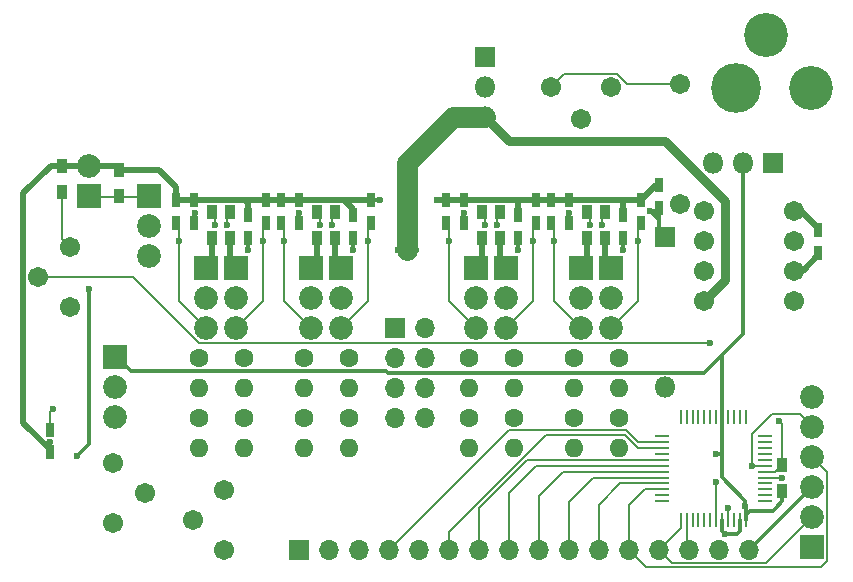
<source format=gbr>
G04 #@! TF.GenerationSoftware,KiCad,Pcbnew,(5.0.2)-1*
G04 #@! TF.CreationDate,2019-06-05T14:46:48+08:00*
G04 #@! TF.ProjectId,DC Electronic Load Mini,44432045-6c65-4637-9472-6f6e6963204c,rev?*
G04 #@! TF.SameCoordinates,Original*
G04 #@! TF.FileFunction,Copper,L1,Top*
G04 #@! TF.FilePolarity,Positive*
%FSLAX46Y46*%
G04 Gerber Fmt 4.6, Leading zero omitted, Abs format (unit mm)*
G04 Created by KiCad (PCBNEW (5.0.2)-1) date 06/05/19 14:46:48*
%MOMM*%
%LPD*%
G01*
G04 APERTURE LIST*
G04 #@! TA.AperFunction,ComponentPad*
%ADD10C,1.716000*%
G04 #@! TD*
G04 #@! TA.AperFunction,ComponentPad*
%ADD11O,1.800000X1.800000*%
G04 #@! TD*
G04 #@! TA.AperFunction,ComponentPad*
%ADD12R,1.800000X1.800000*%
G04 #@! TD*
G04 #@! TA.AperFunction,ComponentPad*
%ADD13C,1.600000*%
G04 #@! TD*
G04 #@! TA.AperFunction,ComponentPad*
%ADD14O,1.600000X1.600000*%
G04 #@! TD*
G04 #@! TA.AperFunction,SMDPad,CuDef*
%ADD15R,0.750000X1.200000*%
G04 #@! TD*
G04 #@! TA.AperFunction,ComponentPad*
%ADD16C,3.716000*%
G04 #@! TD*
G04 #@! TA.AperFunction,ComponentPad*
%ADD17C,4.216000*%
G04 #@! TD*
G04 #@! TA.AperFunction,ComponentPad*
%ADD18O,1.700000X1.700000*%
G04 #@! TD*
G04 #@! TA.AperFunction,ComponentPad*
%ADD19R,1.700000X1.700000*%
G04 #@! TD*
G04 #@! TA.AperFunction,ComponentPad*
%ADD20C,2.016000*%
G04 #@! TD*
G04 #@! TA.AperFunction,ComponentPad*
%ADD21R,2.016000X2.016000*%
G04 #@! TD*
G04 #@! TA.AperFunction,SMDPad,CuDef*
%ADD22R,0.900000X1.200000*%
G04 #@! TD*
G04 #@! TA.AperFunction,SMDPad,CuDef*
%ADD23R,0.250000X1.300000*%
G04 #@! TD*
G04 #@! TA.AperFunction,SMDPad,CuDef*
%ADD24R,1.300000X0.250000*%
G04 #@! TD*
G04 #@! TA.AperFunction,ViaPad*
%ADD25C,0.600000*%
G04 #@! TD*
G04 #@! TA.AperFunction,Conductor*
%ADD26C,0.304800*%
G04 #@! TD*
G04 #@! TA.AperFunction,Conductor*
%ADD27C,0.508000*%
G04 #@! TD*
G04 #@! TA.AperFunction,Conductor*
%ADD28C,1.778000*%
G04 #@! TD*
G04 #@! TA.AperFunction,Conductor*
%ADD29C,0.762000*%
G04 #@! TD*
G04 #@! TA.AperFunction,Conductor*
%ADD30C,0.203200*%
G04 #@! TD*
G04 #@! TA.AperFunction,Conductor*
%ADD31C,0.381000*%
G04 #@! TD*
G04 APERTURE END LIST*
D10*
G04 #@! TO.P,POT5,3*
G04 #@! TO.N,Net-(POT5-Pad3)*
X105389801Y-40590999D03*
G04 #@! TO.P,POT5,2*
G04 #@! TO.N,-0V5*
X107929801Y-43257999D03*
G04 #@! TO.P,POT5,1*
G04 #@! TO.N,Net-(POT5-Pad1)*
X110469801Y-40590999D03*
G04 #@! TD*
G04 #@! TO.P,R43,2*
G04 #@! TO.N,-5V*
X116311801Y-50496999D03*
G04 #@! TO.P,R43,1*
G04 #@! TO.N,Net-(POT5-Pad3)*
X116311801Y-40336999D03*
G04 #@! TD*
D11*
G04 #@! TO.P,D1,2*
G04 #@! TO.N,GND*
X115041801Y-65990999D03*
D12*
G04 #@! TO.P,D1,1*
G04 #@! TO.N,-0V5*
X115041801Y-53290999D03*
G04 #@! TD*
D13*
G04 #@! TO.P,R15,1*
G04 #@! TO.N,Net-(R14-Pad2)*
X75565000Y-68580000D03*
D14*
G04 #@! TO.P,R15,2*
G04 #@! TO.N,/LoadControl/I_Sense*
X75565000Y-71120000D03*
G04 #@! TD*
D10*
G04 #@! TO.P,POT3,3*
G04 #@! TO.N,GND*
X77724000Y-74676000D03*
G04 #@! TO.P,POT3,2*
G04 #@! TO.N,Net-(LCD1-Pad3)*
X75057000Y-77216000D03*
G04 #@! TO.P,POT3,1*
G04 #@! TO.N,+5V*
X77724000Y-79756000D03*
G04 #@! TD*
D15*
G04 #@! TO.P,C4,2*
G04 #@! TO.N,GND*
X79756000Y-51440000D03*
G04 #@! TO.P,C4,1*
G04 #@! TO.N,+5V*
X79756000Y-53340000D03*
G04 #@! TD*
G04 #@! TO.P,C5,1*
G04 #@! TO.N,+5V*
X88646000Y-53340000D03*
G04 #@! TO.P,C5,2*
G04 #@! TO.N,GND*
X88646000Y-51440000D03*
G04 #@! TD*
G04 #@! TO.P,C6,2*
G04 #@! TO.N,GND*
X102616000Y-51440000D03*
G04 #@! TO.P,C6,1*
G04 #@! TO.N,+5V*
X102616000Y-53340000D03*
G04 #@! TD*
G04 #@! TO.P,C7,1*
G04 #@! TO.N,+5V*
X111506000Y-53340000D03*
G04 #@! TO.P,C7,2*
G04 #@! TO.N,GND*
X111506000Y-51440000D03*
G04 #@! TD*
G04 #@! TO.P,C16,2*
G04 #@! TO.N,Net-(C16-Pad2)*
X128016000Y-52710000D03*
G04 #@! TO.P,C16,1*
G04 #@! TO.N,Net-(C16-Pad1)*
X128016000Y-54610000D03*
G04 #@! TD*
G04 #@! TO.P,C20,1*
G04 #@! TO.N,-0V5*
X114554000Y-50800000D03*
G04 #@! TO.P,C20,2*
G04 #@! TO.N,GND*
X114554000Y-48900000D03*
G04 #@! TD*
G04 #@! TO.P,C21,1*
G04 #@! TO.N,-0V5*
X75184000Y-52070000D03*
G04 #@! TO.P,C21,2*
G04 #@! TO.N,GND*
X75184000Y-50170000D03*
G04 #@! TD*
G04 #@! TO.P,C22,1*
G04 #@! TO.N,-0V5*
X84074000Y-52070000D03*
G04 #@! TO.P,C22,2*
G04 #@! TO.N,GND*
X84074000Y-50170000D03*
G04 #@! TD*
G04 #@! TO.P,C23,2*
G04 #@! TO.N,GND*
X98044000Y-50170000D03*
G04 #@! TO.P,C23,1*
G04 #@! TO.N,-0V5*
X98044000Y-52070000D03*
G04 #@! TD*
G04 #@! TO.P,C24,1*
G04 #@! TO.N,-0V5*
X106934000Y-52070000D03*
G04 #@! TO.P,C24,2*
G04 #@! TO.N,GND*
X106934000Y-50170000D03*
G04 #@! TD*
G04 #@! TO.P,C27,2*
G04 #@! TO.N,GND*
X62992000Y-71496000D03*
G04 #@! TO.P,C27,1*
G04 #@! TO.N,Net-(C27-Pad1)*
X62992000Y-69596000D03*
G04 #@! TD*
G04 #@! TO.P,C28,1*
G04 #@! TO.N,Net-(C28-Pad1)*
X73660000Y-52070000D03*
G04 #@! TO.P,C28,2*
G04 #@! TO.N,GND*
X73660000Y-50170000D03*
G04 #@! TD*
G04 #@! TO.P,C29,1*
G04 #@! TO.N,Net-(C29-Pad1)*
X81280000Y-52070000D03*
G04 #@! TO.P,C29,2*
G04 #@! TO.N,GND*
X81280000Y-50170000D03*
G04 #@! TD*
G04 #@! TO.P,C30,2*
G04 #@! TO.N,GND*
X82550000Y-50170000D03*
G04 #@! TO.P,C30,1*
G04 #@! TO.N,Net-(C30-Pad1)*
X82550000Y-52070000D03*
G04 #@! TD*
G04 #@! TO.P,C31,2*
G04 #@! TO.N,GND*
X90170000Y-50170000D03*
G04 #@! TO.P,C31,1*
G04 #@! TO.N,Net-(C31-Pad1)*
X90170000Y-52070000D03*
G04 #@! TD*
G04 #@! TO.P,C32,1*
G04 #@! TO.N,Net-(C32-Pad1)*
X96520000Y-52070000D03*
G04 #@! TO.P,C32,2*
G04 #@! TO.N,GND*
X96520000Y-50170000D03*
G04 #@! TD*
G04 #@! TO.P,C33,2*
G04 #@! TO.N,GND*
X104140000Y-50170000D03*
G04 #@! TO.P,C33,1*
G04 #@! TO.N,Net-(C33-Pad1)*
X104140000Y-52070000D03*
G04 #@! TD*
G04 #@! TO.P,C34,2*
G04 #@! TO.N,GND*
X105410000Y-50170000D03*
G04 #@! TO.P,C34,1*
G04 #@! TO.N,Net-(C34-Pad1)*
X105410000Y-52070000D03*
G04 #@! TD*
G04 #@! TO.P,C35,1*
G04 #@! TO.N,Net-(C35-Pad1)*
X113030000Y-52070000D03*
G04 #@! TO.P,C35,2*
G04 #@! TO.N,GND*
X113030000Y-50170000D03*
G04 #@! TD*
D16*
G04 #@! TO.P,J1,3*
G04 #@! TO.N,N/C*
X123571000Y-36195000D03*
G04 #@! TO.P,J1,2*
G04 #@! TO.N,GND*
X127381000Y-40640000D03*
D17*
G04 #@! TO.P,J1,1*
G04 #@! TO.N,Net-(C1-Pad1)*
X121031000Y-40640000D03*
G04 #@! TD*
D18*
G04 #@! TO.P,J2,8*
G04 #@! TO.N,GND*
X94742000Y-68580000D03*
G04 #@! TO.P,J2,7*
X92202000Y-68580000D03*
G04 #@! TO.P,J2,6*
X94742000Y-66040000D03*
G04 #@! TO.P,J2,5*
X92202000Y-66040000D03*
G04 #@! TO.P,J2,4*
G04 #@! TO.N,/LoadControl/Vin*
X94742000Y-63500000D03*
G04 #@! TO.P,J2,3*
X92202000Y-63500000D03*
G04 #@! TO.P,J2,2*
X94742000Y-60960000D03*
D19*
G04 #@! TO.P,J2,1*
X92202000Y-60960000D03*
G04 #@! TD*
D20*
G04 #@! TO.P,J3,2*
G04 #@! TO.N,GND*
X66294000Y-47244000D03*
D21*
G04 #@! TO.P,J3,1*
G04 #@! TO.N,Net-(J3-Pad1)*
X66294000Y-49784000D03*
G04 #@! TD*
D20*
G04 #@! TO.P,J4,6*
G04 #@! TO.N,Net-(J4-Pad6)*
X127508000Y-66802000D03*
G04 #@! TO.P,J4,5*
G04 #@! TO.N,/NRST*
X127508000Y-69342000D03*
G04 #@! TO.P,J4,4*
G04 #@! TO.N,/LCD_DB5*
X127508000Y-71882000D03*
G04 #@! TO.P,J4,3*
G04 #@! TO.N,GND*
X127508000Y-74422000D03*
G04 #@! TO.P,J4,2*
G04 #@! TO.N,/LCD_DB6*
X127508000Y-76962000D03*
D21*
G04 #@! TO.P,J4,1*
G04 #@! TO.N,+3V3*
X127508000Y-79502000D03*
G04 #@! TD*
G04 #@! TO.P,J5,1*
G04 #@! TO.N,Net-(J5-Pad1)*
X76200000Y-55880000D03*
D20*
G04 #@! TO.P,J5,2*
G04 #@! TO.N,/LoadControl/Vin*
X76200000Y-58420000D03*
G04 #@! TO.P,J5,3*
G04 #@! TO.N,Net-(C28-Pad1)*
X76200000Y-60960000D03*
G04 #@! TD*
G04 #@! TO.P,J6,3*
G04 #@! TO.N,Net-(C29-Pad1)*
X78740000Y-60960000D03*
G04 #@! TO.P,J6,2*
G04 #@! TO.N,/LoadControl/Vin*
X78740000Y-58420000D03*
D21*
G04 #@! TO.P,J6,1*
G04 #@! TO.N,Net-(J6-Pad1)*
X78740000Y-55880000D03*
G04 #@! TD*
D20*
G04 #@! TO.P,J7,3*
G04 #@! TO.N,Net-(C30-Pad1)*
X85090000Y-60960000D03*
G04 #@! TO.P,J7,2*
G04 #@! TO.N,/LoadControl/Vin*
X85090000Y-58420000D03*
D21*
G04 #@! TO.P,J7,1*
G04 #@! TO.N,Net-(J7-Pad1)*
X85090000Y-55880000D03*
G04 #@! TD*
G04 #@! TO.P,J8,1*
G04 #@! TO.N,Net-(J8-Pad1)*
X87630000Y-55880000D03*
D20*
G04 #@! TO.P,J8,2*
G04 #@! TO.N,/LoadControl/Vin*
X87630000Y-58420000D03*
G04 #@! TO.P,J8,3*
G04 #@! TO.N,Net-(C31-Pad1)*
X87630000Y-60960000D03*
G04 #@! TD*
D21*
G04 #@! TO.P,J9,1*
G04 #@! TO.N,Net-(J9-Pad1)*
X99060000Y-55880000D03*
D20*
G04 #@! TO.P,J9,2*
G04 #@! TO.N,/LoadControl/Vin*
X99060000Y-58420000D03*
G04 #@! TO.P,J9,3*
G04 #@! TO.N,Net-(C32-Pad1)*
X99060000Y-60960000D03*
G04 #@! TD*
D21*
G04 #@! TO.P,J10,1*
G04 #@! TO.N,Net-(J10-Pad1)*
X101600000Y-55880000D03*
D20*
G04 #@! TO.P,J10,2*
G04 #@! TO.N,/LoadControl/Vin*
X101600000Y-58420000D03*
G04 #@! TO.P,J10,3*
G04 #@! TO.N,Net-(C33-Pad1)*
X101600000Y-60960000D03*
G04 #@! TD*
G04 #@! TO.P,J11,3*
G04 #@! TO.N,Net-(C34-Pad1)*
X107950000Y-60960000D03*
G04 #@! TO.P,J11,2*
G04 #@! TO.N,/LoadControl/Vin*
X107950000Y-58420000D03*
D21*
G04 #@! TO.P,J11,1*
G04 #@! TO.N,Net-(J11-Pad1)*
X107950000Y-55880000D03*
G04 #@! TD*
G04 #@! TO.P,J12,1*
G04 #@! TO.N,Net-(J12-Pad1)*
X110490000Y-55880000D03*
D20*
G04 #@! TO.P,J12,2*
G04 #@! TO.N,/LoadControl/Vin*
X110490000Y-58420000D03*
G04 #@! TO.P,J12,3*
G04 #@! TO.N,Net-(C35-Pad1)*
X110490000Y-60960000D03*
G04 #@! TD*
D18*
G04 #@! TO.P,LCD1,16*
G04 #@! TO.N,GND*
X122174000Y-79756000D03*
G04 #@! TO.P,LCD1,15*
G04 #@! TO.N,+5V*
X119634000Y-79756000D03*
G04 #@! TO.P,LCD1,14*
G04 #@! TO.N,/LCD_DB7*
X117094000Y-79756000D03*
G04 #@! TO.P,LCD1,13*
G04 #@! TO.N,/LCD_DB6*
X114554000Y-79756000D03*
G04 #@! TO.P,LCD1,12*
G04 #@! TO.N,/LCD_DB5*
X112014000Y-79756000D03*
G04 #@! TO.P,LCD1,11*
G04 #@! TO.N,/LCD_DB4*
X109474000Y-79756000D03*
G04 #@! TO.P,LCD1,10*
G04 #@! TO.N,/LCD_DB3*
X106934000Y-79756000D03*
G04 #@! TO.P,LCD1,9*
G04 #@! TO.N,/LCD_DB2*
X104394000Y-79756000D03*
G04 #@! TO.P,LCD1,8*
G04 #@! TO.N,/LCD_DB1*
X101854000Y-79756000D03*
G04 #@! TO.P,LCD1,7*
G04 #@! TO.N,/LCD_DB0*
X99314000Y-79756000D03*
G04 #@! TO.P,LCD1,6*
G04 #@! TO.N,/LCD_EN*
X96774000Y-79756000D03*
G04 #@! TO.P,LCD1,5*
G04 #@! TO.N,GND*
X94234000Y-79756000D03*
G04 #@! TO.P,LCD1,4*
G04 #@! TO.N,/LCD_RS*
X91694000Y-79756000D03*
G04 #@! TO.P,LCD1,3*
G04 #@! TO.N,Net-(LCD1-Pad3)*
X89154000Y-79756000D03*
G04 #@! TO.P,LCD1,2*
G04 #@! TO.N,+5V*
X86614000Y-79756000D03*
D19*
G04 #@! TO.P,LCD1,1*
G04 #@! TO.N,GND*
X84074000Y-79756000D03*
G04 #@! TD*
D10*
G04 #@! TO.P,POT1,1*
G04 #@! TO.N,Net-(POT1-Pad1)*
X64643000Y-59182000D03*
G04 #@! TO.P,POT1,2*
G04 #@! TO.N,/VoltageADC*
X61976000Y-56642000D03*
G04 #@! TO.P,POT1,3*
G04 #@! TO.N,Net-(POT1-Pad3)*
X64643000Y-54102000D03*
G04 #@! TD*
G04 #@! TO.P,POT4,1*
G04 #@! TO.N,Net-(POT4-Pad1)*
X68305801Y-72390000D03*
G04 #@! TO.P,POT4,2*
G04 #@! TO.N,Net-(C36-Pad1)*
X70972801Y-74930000D03*
G04 #@! TO.P,POT4,3*
G04 #@! TO.N,Net-(POT4-Pad3)*
X68305801Y-77470000D03*
G04 #@! TD*
D22*
G04 #@! TO.P,R2,1*
G04 #@! TO.N,Net-(POT1-Pad3)*
X64008000Y-49444000D03*
G04 #@! TO.P,R2,2*
G04 #@! TO.N,GND*
X64008000Y-47244000D03*
G04 #@! TD*
G04 #@! TO.P,R3,1*
G04 #@! TO.N,Net-(J3-Pad1)*
X68834000Y-49784000D03*
G04 #@! TO.P,R3,2*
G04 #@! TO.N,GND*
X68834000Y-47584000D03*
G04 #@! TD*
G04 #@! TO.P,R12,1*
G04 #@! TO.N,+3V3*
X124968000Y-74760000D03*
G04 #@! TO.P,R12,2*
G04 #@! TO.N,Net-(R12-Pad2)*
X124968000Y-72560000D03*
G04 #@! TD*
G04 #@! TO.P,R13,1*
G04 #@! TO.N,Net-(J5-Pad1)*
X76708000Y-53340000D03*
G04 #@! TO.P,R13,2*
G04 #@! TO.N,Net-(R13-Pad2)*
X76708000Y-51140000D03*
G04 #@! TD*
D14*
G04 #@! TO.P,R14,2*
G04 #@! TO.N,Net-(R14-Pad2)*
X75565000Y-66040000D03*
D13*
G04 #@! TO.P,R14,1*
G04 #@! TO.N,Net-(C28-Pad1)*
X75565000Y-63500000D03*
G04 #@! TD*
D22*
G04 #@! TO.P,R16,2*
G04 #@! TO.N,Net-(R16-Pad2)*
X78232000Y-51140000D03*
G04 #@! TO.P,R16,1*
G04 #@! TO.N,Net-(J6-Pad1)*
X78232000Y-53340000D03*
G04 #@! TD*
D14*
G04 #@! TO.P,R17,2*
G04 #@! TO.N,Net-(R17-Pad2)*
X79375000Y-66040000D03*
D13*
G04 #@! TO.P,R17,1*
G04 #@! TO.N,Net-(C29-Pad1)*
X79375000Y-63500000D03*
G04 #@! TD*
G04 #@! TO.P,R18,1*
G04 #@! TO.N,Net-(R17-Pad2)*
X79375000Y-68580000D03*
D14*
G04 #@! TO.P,R18,2*
G04 #@! TO.N,/LoadControl/I_Sense*
X79375000Y-71120000D03*
G04 #@! TD*
D22*
G04 #@! TO.P,R19,2*
G04 #@! TO.N,Net-(R19-Pad2)*
X85598000Y-51140000D03*
G04 #@! TO.P,R19,1*
G04 #@! TO.N,Net-(J7-Pad1)*
X85598000Y-53340000D03*
G04 #@! TD*
D13*
G04 #@! TO.P,R20,1*
G04 #@! TO.N,Net-(C30-Pad1)*
X84455000Y-63500000D03*
D14*
G04 #@! TO.P,R20,2*
G04 #@! TO.N,Net-(R20-Pad2)*
X84455000Y-66040000D03*
G04 #@! TD*
G04 #@! TO.P,R21,2*
G04 #@! TO.N,/LoadControl/I_Sense*
X84455000Y-71120000D03*
D13*
G04 #@! TO.P,R21,1*
G04 #@! TO.N,Net-(R20-Pad2)*
X84455000Y-68580000D03*
G04 #@! TD*
D22*
G04 #@! TO.P,R22,2*
G04 #@! TO.N,Net-(R22-Pad2)*
X87122000Y-51140000D03*
G04 #@! TO.P,R22,1*
G04 #@! TO.N,Net-(J8-Pad1)*
X87122000Y-53340000D03*
G04 #@! TD*
D13*
G04 #@! TO.P,R23,1*
G04 #@! TO.N,Net-(C31-Pad1)*
X88265000Y-63500000D03*
D14*
G04 #@! TO.P,R23,2*
G04 #@! TO.N,Net-(R23-Pad2)*
X88265000Y-66040000D03*
G04 #@! TD*
G04 #@! TO.P,R24,2*
G04 #@! TO.N,/LoadControl/I_Sense*
X88265000Y-71120000D03*
D13*
G04 #@! TO.P,R24,1*
G04 #@! TO.N,Net-(R23-Pad2)*
X88265000Y-68580000D03*
G04 #@! TD*
D22*
G04 #@! TO.P,R25,1*
G04 #@! TO.N,Net-(J9-Pad1)*
X99568000Y-53340000D03*
G04 #@! TO.P,R25,2*
G04 #@! TO.N,Net-(R25-Pad2)*
X99568000Y-51140000D03*
G04 #@! TD*
D14*
G04 #@! TO.P,R26,2*
G04 #@! TO.N,Net-(R26-Pad2)*
X98425000Y-66040000D03*
D13*
G04 #@! TO.P,R26,1*
G04 #@! TO.N,Net-(C32-Pad1)*
X98425000Y-63500000D03*
G04 #@! TD*
G04 #@! TO.P,R27,1*
G04 #@! TO.N,Net-(R26-Pad2)*
X98425000Y-68580000D03*
D14*
G04 #@! TO.P,R27,2*
G04 #@! TO.N,/LoadControl/I_Sense*
X98425000Y-71120000D03*
G04 #@! TD*
D22*
G04 #@! TO.P,R28,1*
G04 #@! TO.N,Net-(J10-Pad1)*
X101092000Y-53340000D03*
G04 #@! TO.P,R28,2*
G04 #@! TO.N,Net-(R28-Pad2)*
X101092000Y-51140000D03*
G04 #@! TD*
D14*
G04 #@! TO.P,R29,2*
G04 #@! TO.N,Net-(R29-Pad2)*
X102235000Y-66040000D03*
D13*
G04 #@! TO.P,R29,1*
G04 #@! TO.N,Net-(C33-Pad1)*
X102235000Y-63500000D03*
G04 #@! TD*
G04 #@! TO.P,R30,1*
G04 #@! TO.N,Net-(R29-Pad2)*
X102235000Y-68580000D03*
D14*
G04 #@! TO.P,R30,2*
G04 #@! TO.N,/LoadControl/I_Sense*
X102235000Y-71120000D03*
G04 #@! TD*
D22*
G04 #@! TO.P,R31,1*
G04 #@! TO.N,Net-(J11-Pad1)*
X108458000Y-53340000D03*
G04 #@! TO.P,R31,2*
G04 #@! TO.N,Net-(R31-Pad2)*
X108458000Y-51140000D03*
G04 #@! TD*
D13*
G04 #@! TO.P,R32,1*
G04 #@! TO.N,Net-(C34-Pad1)*
X107315000Y-63500000D03*
D14*
G04 #@! TO.P,R32,2*
G04 #@! TO.N,Net-(R32-Pad2)*
X107315000Y-66040000D03*
G04 #@! TD*
G04 #@! TO.P,R33,2*
G04 #@! TO.N,/LoadControl/I_Sense*
X107315000Y-71120000D03*
D13*
G04 #@! TO.P,R33,1*
G04 #@! TO.N,Net-(R32-Pad2)*
X107315000Y-68580000D03*
G04 #@! TD*
D22*
G04 #@! TO.P,R34,2*
G04 #@! TO.N,Net-(R34-Pad2)*
X109982000Y-51140000D03*
G04 #@! TO.P,R34,1*
G04 #@! TO.N,Net-(J12-Pad1)*
X109982000Y-53340000D03*
G04 #@! TD*
D13*
G04 #@! TO.P,R35,1*
G04 #@! TO.N,Net-(C35-Pad1)*
X111125000Y-63500000D03*
D14*
G04 #@! TO.P,R35,2*
G04 #@! TO.N,Net-(R35-Pad2)*
X111125000Y-66040000D03*
G04 #@! TD*
G04 #@! TO.P,R36,2*
G04 #@! TO.N,/LoadControl/I_Sense*
X111125000Y-71120000D03*
D13*
G04 #@! TO.P,R36,1*
G04 #@! TO.N,Net-(R35-Pad2)*
X111125000Y-68580000D03*
G04 #@! TD*
D20*
G04 #@! TO.P,SW1,3*
G04 #@! TO.N,Net-(R6-Pad1)*
X71374000Y-54864000D03*
G04 #@! TO.P,SW1,2*
G04 #@! TO.N,/Vset*
X71374000Y-52324000D03*
D21*
G04 #@! TO.P,SW1,1*
G04 #@! TO.N,Net-(J3-Pad1)*
X71374000Y-49784000D03*
G04 #@! TD*
D11*
G04 #@! TO.P,U1,3*
G04 #@! TO.N,+5V*
X99801801Y-43130999D03*
G04 #@! TO.P,U1,2*
G04 #@! TO.N,GND*
X99801801Y-40590999D03*
D12*
G04 #@! TO.P,U1,1*
G04 #@! TO.N,Net-(C1-Pad1)*
X99801801Y-38050999D03*
G04 #@! TD*
G04 #@! TO.P,U2,1*
G04 #@! TO.N,GND*
X124206000Y-46990000D03*
D11*
G04 #@! TO.P,U2,2*
G04 #@! TO.N,+3V3*
X121666000Y-46990000D03*
G04 #@! TO.P,U2,3*
G04 #@! TO.N,Net-(C1-Pad1)*
X119126000Y-46990000D03*
G04 #@! TD*
D10*
G04 #@! TO.P,U3,8*
G04 #@! TO.N,+5V*
X118364000Y-58674000D03*
G04 #@! TO.P,U3,7*
G04 #@! TO.N,Net-(U3-Pad7)*
X118364000Y-56134000D03*
G04 #@! TO.P,U3,6*
G04 #@! TO.N,N/C*
X118364000Y-53594000D03*
G04 #@! TO.P,U3,5*
G04 #@! TO.N,-5V*
X118364000Y-51054000D03*
G04 #@! TO.P,U3,4*
G04 #@! TO.N,Net-(C16-Pad2)*
X125984000Y-51054000D03*
G04 #@! TO.P,U3,3*
G04 #@! TO.N,GND*
X125984000Y-53594000D03*
G04 #@! TO.P,U3,2*
G04 #@! TO.N,Net-(C16-Pad1)*
X125984000Y-56134000D03*
G04 #@! TO.P,U3,1*
G04 #@! TO.N,N/C*
X125984000Y-58674000D03*
G04 #@! TD*
D23*
G04 #@! TO.P,U5,48*
G04 #@! TO.N,+3V3*
X121876000Y-77248000D03*
G04 #@! TO.P,U5,47*
G04 #@! TO.N,GND*
X121376000Y-77248000D03*
G04 #@! TO.P,U5,46*
G04 #@! TO.N,Net-(U5-Pad46)*
X120876000Y-77248000D03*
G04 #@! TO.P,U5,45*
G04 #@! TO.N,Net-(R10-Pad2)*
X120376000Y-77248000D03*
G04 #@! TO.P,U5,44*
G04 #@! TO.N,GND*
X119876000Y-77248000D03*
G04 #@! TO.P,U5,43*
G04 #@! TO.N,Net-(R9-Pad2)*
X119376000Y-77248000D03*
G04 #@! TO.P,U5,42*
G04 #@! TO.N,Net-(U5-Pad42)*
X118876000Y-77248000D03*
G04 #@! TO.P,U5,41*
G04 #@! TO.N,Net-(U5-Pad41)*
X118376000Y-77248000D03*
G04 #@! TO.P,U5,40*
G04 #@! TO.N,Net-(U5-Pad40)*
X117876000Y-77248000D03*
G04 #@! TO.P,U5,39*
G04 #@! TO.N,Net-(U5-Pad39)*
X117376000Y-77248000D03*
G04 #@! TO.P,U5,38*
G04 #@! TO.N,/LCD_DB7*
X116876000Y-77248000D03*
G04 #@! TO.P,U5,37*
G04 #@! TO.N,/LCD_DB6*
X116376000Y-77248000D03*
D24*
G04 #@! TO.P,U5,36*
G04 #@! TO.N,Net-(U5-Pad36)*
X114776000Y-75648000D03*
G04 #@! TO.P,U5,35*
G04 #@! TO.N,Net-(U5-Pad35)*
X114776000Y-75148000D03*
G04 #@! TO.P,U5,34*
G04 #@! TO.N,/LCD_DB5*
X114776000Y-74648000D03*
G04 #@! TO.P,U5,33*
G04 #@! TO.N,/LCD_DB4*
X114776000Y-74148000D03*
G04 #@! TO.P,U5,32*
G04 #@! TO.N,/LCD_DB3*
X114776000Y-73648000D03*
G04 #@! TO.P,U5,31*
G04 #@! TO.N,/LCD_DB2*
X114776000Y-73148000D03*
G04 #@! TO.P,U5,30*
G04 #@! TO.N,/LCD_DB1*
X114776000Y-72648000D03*
G04 #@! TO.P,U5,29*
G04 #@! TO.N,/LCD_DB0*
X114776000Y-72148000D03*
G04 #@! TO.P,U5,28*
G04 #@! TO.N,Net-(U5-Pad28)*
X114776000Y-71648000D03*
G04 #@! TO.P,U5,27*
G04 #@! TO.N,/LCD_EN*
X114776000Y-71148000D03*
G04 #@! TO.P,U5,26*
G04 #@! TO.N,/LCD_RS*
X114776000Y-70648000D03*
G04 #@! TO.P,U5,25*
G04 #@! TO.N,Net-(U5-Pad25)*
X114776000Y-70148000D03*
D23*
G04 #@! TO.P,U5,24*
G04 #@! TO.N,Net-(U5-Pad24)*
X116376000Y-68548000D03*
G04 #@! TO.P,U5,23*
G04 #@! TO.N,Net-(U5-Pad23)*
X116876000Y-68548000D03*
G04 #@! TO.P,U5,22*
G04 #@! TO.N,Net-(U5-Pad22)*
X117376000Y-68548000D03*
G04 #@! TO.P,U5,21*
G04 #@! TO.N,Net-(U5-Pad21)*
X117876000Y-68548000D03*
G04 #@! TO.P,U5,20*
G04 #@! TO.N,Net-(U5-Pad20)*
X118376000Y-68548000D03*
G04 #@! TO.P,U5,19*
G04 #@! TO.N,Net-(U5-Pad19)*
X118876000Y-68548000D03*
G04 #@! TO.P,U5,18*
G04 #@! TO.N,Net-(U5-Pad18)*
X119376000Y-68548000D03*
G04 #@! TO.P,U5,17*
G04 #@! TO.N,+3V3*
X119876000Y-68548000D03*
G04 #@! TO.P,U5,16*
G04 #@! TO.N,Net-(U5-Pad16)*
X120376000Y-68548000D03*
G04 #@! TO.P,U5,15*
G04 #@! TO.N,Net-(U5-Pad15)*
X120876000Y-68548000D03*
G04 #@! TO.P,U5,14*
G04 #@! TO.N,Net-(U5-Pad14)*
X121376000Y-68548000D03*
G04 #@! TO.P,U5,13*
G04 #@! TO.N,Net-(U5-Pad13)*
X121876000Y-68548000D03*
D24*
G04 #@! TO.P,U5,12*
G04 #@! TO.N,Net-(U5-Pad12)*
X123476000Y-70148000D03*
G04 #@! TO.P,U5,11*
G04 #@! TO.N,Net-(U5-Pad11)*
X123476000Y-70648000D03*
G04 #@! TO.P,U5,10*
G04 #@! TO.N,Net-(U5-Pad10)*
X123476000Y-71148000D03*
G04 #@! TO.P,U5,9*
G04 #@! TO.N,Net-(U5-Pad9)*
X123476000Y-71648000D03*
G04 #@! TO.P,U5,8*
G04 #@! TO.N,Net-(U5-Pad8)*
X123476000Y-72148000D03*
G04 #@! TO.P,U5,7*
G04 #@! TO.N,/NRST*
X123476000Y-72648000D03*
G04 #@! TO.P,U5,6*
G04 #@! TO.N,Net-(R12-Pad2)*
X123476000Y-73148000D03*
G04 #@! TO.P,U5,5*
G04 #@! TO.N,Net-(R11-Pad2)*
X123476000Y-73648000D03*
G04 #@! TO.P,U5,4*
G04 #@! TO.N,Net-(U5-Pad4)*
X123476000Y-74148000D03*
G04 #@! TO.P,U5,3*
G04 #@! TO.N,Net-(U5-Pad3)*
X123476000Y-74648000D03*
G04 #@! TO.P,U5,2*
G04 #@! TO.N,Net-(U5-Pad2)*
X123476000Y-75148000D03*
G04 #@! TO.P,U5,1*
G04 #@! TO.N,Net-(U5-Pad1)*
X123476000Y-75648000D03*
G04 #@! TD*
D20*
G04 #@! TO.P,POT2,3*
G04 #@! TO.N,Net-(POT2-Pad3)*
X68453000Y-68530999D03*
G04 #@! TO.P,POT2,2*
G04 #@! TO.N,Net-(POT2-Pad2)*
X68453000Y-65990999D03*
D21*
G04 #@! TO.P,POT2,1*
G04 #@! TO.N,+3V3*
X68453000Y-63450999D03*
G04 #@! TD*
D25*
G04 #@! TO.N,GND*
X62978042Y-70662360D03*
X120124800Y-78451600D03*
X90932000Y-50170000D03*
X95758000Y-50170000D03*
G04 #@! TO.N,+5V*
X79756000Y-54356000D03*
X88646000Y-54356000D03*
X102616000Y-54356000D03*
X111506000Y-54356000D03*
X93218000Y-54356000D03*
X93980000Y-54356000D03*
X92456000Y-54356000D03*
G04 #@! TO.N,+3V3*
X121848805Y-76040853D03*
X119365310Y-71656139D03*
G04 #@! TO.N,-0V5*
X75270000Y-51222402D03*
X84074000Y-51222402D03*
X98044000Y-51222402D03*
X106934000Y-51222402D03*
X65278000Y-71823200D03*
X66294000Y-57658000D03*
X113792000Y-51054000D03*
G04 #@! TO.N,Net-(C27-Pad1)*
X63246000Y-67818000D03*
G04 #@! TO.N,Net-(C28-Pad1)*
X73914000Y-53594000D03*
G04 #@! TO.N,Net-(C29-Pad1)*
X81026000Y-53594000D03*
G04 #@! TO.N,Net-(C30-Pad1)*
X82804000Y-53594000D03*
G04 #@! TO.N,Net-(C31-Pad1)*
X89916000Y-53594000D03*
G04 #@! TO.N,Net-(C32-Pad1)*
X96774000Y-53594000D03*
G04 #@! TO.N,Net-(C33-Pad1)*
X103886000Y-53594000D03*
G04 #@! TO.N,Net-(C34-Pad1)*
X105664000Y-53594000D03*
G04 #@! TO.N,Net-(C35-Pad1)*
X112776000Y-53594000D03*
G04 #@! TO.N,/NRST*
X122428000Y-72644000D03*
G04 #@! TO.N,/VoltageADC*
X118872000Y-62230000D03*
G04 #@! TO.N,Net-(R9-Pad2)*
X119380000Y-74027598D03*
G04 #@! TO.N,Net-(R10-Pad2)*
X120396000Y-76200000D03*
G04 #@! TO.N,Net-(R11-Pad2)*
X124968000Y-73660000D03*
G04 #@! TO.N,Net-(R12-Pad2)*
X124714000Y-68834000D03*
G04 #@! TO.N,Net-(R13-Pad2)*
X76962000Y-52287598D03*
G04 #@! TO.N,Net-(R16-Pad2)*
X77978000Y-52287598D03*
G04 #@! TO.N,Net-(R19-Pad2)*
X85852000Y-52287598D03*
G04 #@! TO.N,Net-(R22-Pad2)*
X86868000Y-52287598D03*
G04 #@! TO.N,Net-(R25-Pad2)*
X99822000Y-52287598D03*
G04 #@! TO.N,Net-(R28-Pad2)*
X100838000Y-52287598D03*
G04 #@! TO.N,Net-(R31-Pad2)*
X108712000Y-52287598D03*
G04 #@! TO.N,Net-(R34-Pad2)*
X109728000Y-52287598D03*
G04 #@! TD*
D26*
G04 #@! TO.N,GND*
X79756000Y-50535200D02*
X79756000Y-51440000D01*
X79390800Y-50170000D02*
X79756000Y-50535200D01*
X84074000Y-50170000D02*
X87376000Y-50170000D01*
X78994000Y-50170000D02*
X79390800Y-50170000D01*
X81280000Y-50170000D02*
X82296000Y-50170000D01*
X78994000Y-50170000D02*
X82296000Y-50170000D01*
X82550000Y-50170000D02*
X83058000Y-50170000D01*
X82296000Y-50170000D02*
X83058000Y-50170000D01*
X83058000Y-50170000D02*
X84074000Y-50170000D01*
X89490200Y-50170000D02*
X87884000Y-50170000D01*
X90170000Y-50170000D02*
X89490200Y-50170000D01*
X87376000Y-50170000D02*
X87884000Y-50170000D01*
X62978042Y-71482042D02*
X62992000Y-71496000D01*
X62978042Y-70662360D02*
X62978042Y-71482042D01*
X119876000Y-77248000D02*
X119876000Y-78202800D01*
X121376000Y-78202800D02*
X121127200Y-78451600D01*
X121376000Y-77248000D02*
X121376000Y-78202800D01*
X120124800Y-78451600D02*
X119876000Y-78202800D01*
X121127200Y-78451600D02*
X120124800Y-78451600D01*
X90170000Y-50170000D02*
X90932000Y-50170000D01*
X95758000Y-50170000D02*
X98044000Y-50170000D01*
D27*
X64008000Y-47244000D02*
X66294000Y-47244000D01*
X68494000Y-47244000D02*
X68834000Y-47584000D01*
X66294000Y-47244000D02*
X68494000Y-47244000D01*
X73660000Y-49062000D02*
X73660000Y-50170000D01*
X72182000Y-47584000D02*
X73660000Y-49062000D01*
X68834000Y-47584000D02*
X72182000Y-47584000D01*
X73660000Y-50170000D02*
X75184000Y-50170000D01*
X81280000Y-50170000D02*
X82550000Y-50170000D01*
X82550000Y-50170000D02*
X84074000Y-50170000D01*
X75728401Y-50133599D02*
X75692000Y-50170000D01*
X79557599Y-50133599D02*
X75728401Y-50133599D01*
X79756000Y-50332000D02*
X79557599Y-50133599D01*
X79756000Y-51440000D02*
X79756000Y-50332000D01*
D26*
X75184000Y-50170000D02*
X75692000Y-50170000D01*
D27*
X75184000Y-50170000D02*
X75896478Y-50170000D01*
D26*
X75692000Y-50170000D02*
X75896478Y-50170000D01*
X75896478Y-50170000D02*
X78994000Y-50170000D01*
D27*
X76067000Y-50170000D02*
X75184000Y-50170000D01*
X76103401Y-50133599D02*
X76067000Y-50170000D01*
X79007121Y-50133599D02*
X76103401Y-50133599D01*
X79043522Y-50170000D02*
X79007121Y-50133599D01*
X81280000Y-50170000D02*
X79043522Y-50170000D01*
X89287000Y-50170000D02*
X90170000Y-50170000D01*
X89250599Y-50133599D02*
X89287000Y-50170000D01*
X84957000Y-50170000D02*
X84993401Y-50133599D01*
X84074000Y-50170000D02*
X84957000Y-50170000D01*
X87897121Y-50133599D02*
X85598000Y-50133599D01*
X88646000Y-50882478D02*
X87897121Y-50133599D01*
X88646000Y-51440000D02*
X88646000Y-50882478D01*
X84993401Y-50133599D02*
X85598000Y-50133599D01*
X85598000Y-50133599D02*
X89250599Y-50133599D01*
X95758000Y-50170000D02*
X96520000Y-50170000D01*
X96520000Y-50170000D02*
X98044000Y-50170000D01*
X105410000Y-50170000D02*
X104140000Y-50170000D01*
X106934000Y-50170000D02*
X105410000Y-50170000D01*
X98927000Y-50170000D02*
X98044000Y-50170000D01*
X98963401Y-50133599D02*
X98927000Y-50170000D01*
X101903522Y-50170000D02*
X101867121Y-50133599D01*
X104140000Y-50170000D02*
X101903522Y-50170000D01*
X102417599Y-50133599D02*
X101092000Y-50133599D01*
X102616000Y-50332000D02*
X102417599Y-50133599D01*
X102616000Y-51440000D02*
X102616000Y-50332000D01*
X101867121Y-50133599D02*
X101092000Y-50133599D01*
X101092000Y-50133599D02*
X98963401Y-50133599D01*
X114300000Y-48900000D02*
X113030000Y-50170000D01*
X114554000Y-48900000D02*
X114300000Y-48900000D01*
X107817000Y-50170000D02*
X106934000Y-50170000D01*
X107853401Y-50133599D02*
X107817000Y-50170000D01*
X110793522Y-50170000D02*
X110757121Y-50133599D01*
X113030000Y-50170000D02*
X110793522Y-50170000D01*
X111307599Y-50133599D02*
X109982000Y-50133599D01*
X111506000Y-50332000D02*
X111307599Y-50133599D01*
X111506000Y-51440000D02*
X111506000Y-50332000D01*
X110757121Y-50133599D02*
X109982000Y-50133599D01*
X109982000Y-50133599D02*
X107853401Y-50133599D01*
X62992000Y-71271000D02*
X62992000Y-71496000D01*
X60711599Y-68990599D02*
X62992000Y-71271000D01*
X60711599Y-49582401D02*
X60711599Y-68990599D01*
X63050000Y-47244000D02*
X60711599Y-49582401D01*
X64008000Y-47244000D02*
X63050000Y-47244000D01*
D26*
X127508000Y-74422000D02*
X122174000Y-79756000D01*
G04 #@! TO.N,+5V*
X79756000Y-53340000D02*
X79756000Y-54356000D01*
X88646000Y-53340000D02*
X88646000Y-54356000D01*
X102616000Y-54356000D02*
X102616000Y-53340000D01*
X111506000Y-54356000D02*
X111506000Y-53340000D01*
D28*
X93218000Y-46990000D02*
X93218000Y-54356000D01*
X97077001Y-43130999D02*
X93218000Y-46990000D01*
X99801801Y-43130999D02*
X97077001Y-43130999D01*
D29*
X120121801Y-56916199D02*
X118364000Y-58674000D01*
X120121801Y-50242999D02*
X120121801Y-56916199D01*
X101833801Y-45162999D02*
X100817801Y-44146999D01*
X115041801Y-45162999D02*
X101833801Y-45162999D01*
X99801801Y-43130999D02*
X100817801Y-44146999D01*
X115041801Y-45162999D02*
X120121801Y-50242999D01*
D26*
G04 #@! TO.N,+3V3*
X121876000Y-76068048D02*
X121848805Y-76040853D01*
X124968000Y-75664800D02*
X124968000Y-74760000D01*
X124178800Y-76454000D02*
X124432800Y-76200000D01*
X124432800Y-76200000D02*
X124968000Y-75664800D01*
X121876000Y-76454000D02*
X121876000Y-76068048D01*
X121876000Y-77248000D02*
X121876000Y-76454000D01*
X121876000Y-76839952D02*
X121876000Y-77248000D01*
X122261952Y-76454000D02*
X121876000Y-76839952D01*
X122428000Y-76454000D02*
X122261952Y-76454000D01*
X122428000Y-76454000D02*
X124178800Y-76454000D01*
X119876000Y-69502800D02*
X119876000Y-68548000D01*
X121848805Y-75616589D02*
X119876000Y-73643784D01*
X121848805Y-76040853D02*
X121848805Y-75616589D01*
X119847861Y-71656139D02*
X119876000Y-71628000D01*
X119365310Y-71656139D02*
X119847861Y-71656139D01*
X119876000Y-73643784D02*
X119876000Y-71628000D01*
X119876000Y-71628000D02*
X119876000Y-69502800D01*
X91447327Y-64604801D02*
X91612526Y-64770000D01*
X68453000Y-63246000D02*
X69811801Y-64604801D01*
X69811801Y-64604801D02*
X91447327Y-64604801D01*
X91612526Y-64770000D02*
X118352000Y-64770000D01*
X119876000Y-68548000D02*
X119876000Y-63246000D01*
X121666000Y-61456000D02*
X119613801Y-63508199D01*
X121666000Y-46990000D02*
X121666000Y-61456000D01*
X118352000Y-64770000D02*
X119613801Y-63508199D01*
X119613801Y-63508199D02*
X119876000Y-63246000D01*
D30*
G04 #@! TO.N,Net-(C16-Pad2)*
X126585000Y-51054000D02*
X125984000Y-51054000D01*
D27*
X128016000Y-52485000D02*
X126585000Y-51054000D01*
D30*
X128016000Y-52710000D02*
X128016000Y-52485000D01*
G04 #@! TO.N,Net-(C16-Pad1)*
X126717000Y-56134000D02*
X125984000Y-56134000D01*
D27*
X128016000Y-54835000D02*
X126717000Y-56134000D01*
D30*
X128016000Y-54610000D02*
X128016000Y-54835000D01*
D26*
G04 #@! TO.N,-0V5*
X75270000Y-51984000D02*
X75184000Y-52070000D01*
X75270000Y-51222402D02*
X75270000Y-51984000D01*
X84074000Y-51222402D02*
X84074000Y-52070000D01*
X98044000Y-51222402D02*
X98044000Y-52070000D01*
X106934000Y-51222402D02*
X106934000Y-52070000D01*
X66294000Y-70807200D02*
X65278000Y-71823200D01*
X66294000Y-57658000D02*
X66294000Y-70807200D01*
X114554000Y-52803198D02*
X115041801Y-53290999D01*
X114250999Y-51512999D02*
X114554000Y-51512999D01*
X113792000Y-51054000D02*
X114250999Y-51512999D01*
X114554000Y-50800000D02*
X114554000Y-51512999D01*
X114300000Y-51512999D02*
X114554000Y-51766999D01*
X114250999Y-51512999D02*
X114300000Y-51512999D01*
X114554000Y-51512999D02*
X114554000Y-51766999D01*
X114554000Y-51816000D02*
X114554000Y-52020999D01*
X113792000Y-51054000D02*
X114554000Y-51816000D01*
X114554000Y-51766999D02*
X114554000Y-52020999D01*
X114554000Y-52020999D02*
X114554000Y-52803198D01*
X114300000Y-51054000D02*
X114554000Y-50800000D01*
D31*
X113792000Y-51054000D02*
X114300000Y-51054000D01*
D30*
G04 #@! TO.N,Net-(C27-Pad1)*
X62992000Y-69596000D02*
X62992000Y-68072000D01*
X62992000Y-68072000D02*
X63246000Y-67818000D01*
G04 #@! TO.N,Net-(C28-Pad1)*
X73914000Y-58674000D02*
X76200000Y-60960000D01*
X73914000Y-53594000D02*
X73914000Y-58674000D01*
X73914000Y-52324000D02*
X73660000Y-52070000D01*
X73914000Y-53594000D02*
X73914000Y-52324000D01*
G04 #@! TO.N,Net-(C29-Pad1)*
X81026000Y-58674000D02*
X78740000Y-60960000D01*
X81026000Y-53594000D02*
X81026000Y-58674000D01*
X81026000Y-52324000D02*
X81280000Y-52070000D01*
X81026000Y-53594000D02*
X81026000Y-52324000D01*
G04 #@! TO.N,Net-(C30-Pad1)*
X82804000Y-58674000D02*
X85090000Y-60960000D01*
X82804000Y-53594000D02*
X82804000Y-58674000D01*
X82804000Y-52324000D02*
X82550000Y-52070000D01*
X82804000Y-53594000D02*
X82804000Y-52324000D01*
G04 #@! TO.N,Net-(C31-Pad1)*
X89916000Y-58674000D02*
X87630000Y-60960000D01*
X89916000Y-53594000D02*
X89916000Y-58674000D01*
X89916000Y-52324000D02*
X90170000Y-52070000D01*
X89916000Y-53594000D02*
X89916000Y-52324000D01*
G04 #@! TO.N,Net-(C32-Pad1)*
X96774000Y-58674000D02*
X99060000Y-60960000D01*
X96774000Y-53594000D02*
X96774000Y-58674000D01*
X96774000Y-52324000D02*
X96520000Y-52070000D01*
X96774000Y-53594000D02*
X96774000Y-52324000D01*
G04 #@! TO.N,Net-(C33-Pad1)*
X103886000Y-58674000D02*
X101600000Y-60960000D01*
X103886000Y-53594000D02*
X103886000Y-58674000D01*
X103886000Y-52324000D02*
X104140000Y-52070000D01*
X103886000Y-53594000D02*
X103886000Y-52324000D01*
G04 #@! TO.N,Net-(C34-Pad1)*
X105664000Y-58674000D02*
X107950000Y-60960000D01*
X105664000Y-53594000D02*
X105664000Y-58674000D01*
X105664000Y-52324000D02*
X105410000Y-52070000D01*
X105664000Y-53594000D02*
X105664000Y-52324000D01*
G04 #@! TO.N,Net-(C35-Pad1)*
X112776000Y-58674000D02*
X110490000Y-60960000D01*
X112776000Y-53594000D02*
X112776000Y-58674000D01*
X112776000Y-52324000D02*
X113030000Y-52070000D01*
X112776000Y-53594000D02*
X112776000Y-52324000D01*
G04 #@! TO.N,Net-(J3-Pad1)*
X66380000Y-49870000D02*
X66294000Y-49784000D01*
X68834000Y-49870000D02*
X66380000Y-49870000D01*
X71288000Y-49870000D02*
X71374000Y-49784000D01*
X68834000Y-49870000D02*
X71288000Y-49870000D01*
G04 #@! TO.N,/NRST*
X123476000Y-72648000D02*
X122432000Y-72648000D01*
X122432000Y-72648000D02*
X122428000Y-72644000D01*
X122428000Y-72219736D02*
X122428000Y-72644000D01*
X122428000Y-69963798D02*
X122428000Y-72219736D01*
X124111799Y-68279999D02*
X122428000Y-69963798D01*
X126445999Y-68279999D02*
X124111799Y-68279999D01*
X127508000Y-69342000D02*
X126445999Y-68279999D01*
G04 #@! TO.N,/LCD_DB5*
X112014000Y-79756000D02*
X112014000Y-75946000D01*
X113312000Y-74648000D02*
X114776000Y-74648000D01*
X112014000Y-75946000D02*
X113312000Y-74648000D01*
X112863999Y-80605999D02*
X112014000Y-79756000D01*
X113473610Y-81215610D02*
X112863999Y-80605999D01*
X128267592Y-81215610D02*
X113473610Y-81215610D01*
X128770001Y-80713201D02*
X128267592Y-81215610D01*
X128770001Y-73144001D02*
X128770001Y-80713201D01*
X127508000Y-71882000D02*
X128770001Y-73144001D01*
G04 #@! TO.N,/LCD_DB6*
X116376000Y-77934000D02*
X116376000Y-77248000D01*
X114554000Y-79756000D02*
X116376000Y-77934000D01*
X123609999Y-80860001D02*
X127508000Y-76962000D01*
X115658001Y-80860001D02*
X123609999Y-80860001D01*
X114554000Y-79756000D02*
X115658001Y-80860001D01*
D27*
G04 #@! TO.N,Net-(J5-Pad1)*
X76708000Y-55372000D02*
X76200000Y-55880000D01*
X76708000Y-53340000D02*
X76708000Y-55372000D01*
G04 #@! TO.N,Net-(J6-Pad1)*
X78232000Y-55372000D02*
X78740000Y-55880000D01*
X78232000Y-53340000D02*
X78232000Y-55372000D01*
G04 #@! TO.N,Net-(J7-Pad1)*
X85598000Y-55372000D02*
X85090000Y-55880000D01*
X85598000Y-53340000D02*
X85598000Y-55372000D01*
G04 #@! TO.N,Net-(J8-Pad1)*
X87122000Y-55372000D02*
X87630000Y-55880000D01*
X87122000Y-53340000D02*
X87122000Y-55372000D01*
G04 #@! TO.N,Net-(J9-Pad1)*
X99568000Y-55372000D02*
X99060000Y-55880000D01*
X99568000Y-53340000D02*
X99568000Y-55372000D01*
G04 #@! TO.N,Net-(J10-Pad1)*
X101092000Y-55372000D02*
X101600000Y-55880000D01*
X101092000Y-53340000D02*
X101092000Y-55372000D01*
G04 #@! TO.N,Net-(J11-Pad1)*
X108458000Y-55372000D02*
X107950000Y-55880000D01*
X108458000Y-53340000D02*
X108458000Y-55372000D01*
G04 #@! TO.N,Net-(J12-Pad1)*
X109982000Y-55372000D02*
X110490000Y-55880000D01*
X109982000Y-53340000D02*
X109982000Y-55372000D01*
D30*
G04 #@! TO.N,/LCD_DB7*
X116876000Y-79538000D02*
X117094000Y-79756000D01*
X116876000Y-77248000D02*
X116876000Y-79538000D01*
G04 #@! TO.N,/LCD_DB4*
X114776000Y-74148000D02*
X111272000Y-74148000D01*
X109474000Y-75946000D02*
X109474000Y-79756000D01*
X111272000Y-74148000D02*
X109474000Y-75946000D01*
G04 #@! TO.N,/LCD_DB3*
X106934000Y-79756000D02*
X106934000Y-75692000D01*
X108978000Y-73648000D02*
X114776000Y-73648000D01*
X106934000Y-75692000D02*
X108978000Y-73648000D01*
G04 #@! TO.N,/LCD_DB2*
X104394000Y-75184000D02*
X104394000Y-79756000D01*
X114776000Y-73148000D02*
X106430000Y-73148000D01*
X106430000Y-73148000D02*
X104394000Y-75184000D01*
G04 #@! TO.N,/LCD_DB1*
X109982000Y-72648000D02*
X114776000Y-72648000D01*
X104136000Y-72648000D02*
X109982000Y-72648000D01*
X101854000Y-74930000D02*
X104136000Y-72648000D01*
X101854000Y-79756000D02*
X101854000Y-74930000D01*
G04 #@! TO.N,/LCD_DB0*
X99314000Y-76200000D02*
X99314000Y-79756000D01*
X103339999Y-72174001D02*
X99314000Y-76200000D01*
X111630921Y-72174001D02*
X103339999Y-72174001D01*
X114776000Y-72148000D02*
X111656922Y-72148000D01*
X111656922Y-72148000D02*
X111630921Y-72174001D01*
G04 #@! TO.N,/LCD_EN*
X112712922Y-71148000D02*
X114776000Y-71148000D01*
X111630921Y-70065999D02*
X112712922Y-71148000D01*
X104940001Y-70065999D02*
X111630921Y-70065999D01*
X96774000Y-78232000D02*
X104940001Y-70065999D01*
X96774000Y-79756000D02*
X96774000Y-78232000D01*
G04 #@! TO.N,/LCD_RS*
X92543999Y-78906001D02*
X91694000Y-79756000D01*
X101815999Y-69634001D02*
X92543999Y-78906001D01*
X111701831Y-69634001D02*
X101815999Y-69634001D01*
X112715830Y-70648000D02*
X111701831Y-69634001D01*
X114776000Y-70648000D02*
X112715830Y-70648000D01*
G04 #@! TO.N,/VoltageADC*
X75602238Y-62230000D02*
X118872000Y-62230000D01*
X61976000Y-56642000D02*
X70014238Y-56642000D01*
X70014238Y-56642000D02*
X75602238Y-62230000D01*
G04 #@! TO.N,Net-(POT1-Pad3)*
X64008000Y-53467000D02*
X64643000Y-54102000D01*
X64008000Y-49444000D02*
X64008000Y-53467000D01*
G04 #@! TO.N,Net-(R9-Pad2)*
X119376000Y-77248000D02*
X119376000Y-74031598D01*
X119376000Y-74031598D02*
X119380000Y-74027598D01*
G04 #@! TO.N,Net-(R10-Pad2)*
X120376000Y-77248000D02*
X120376000Y-76220000D01*
X120376000Y-76220000D02*
X120396000Y-76200000D01*
G04 #@! TO.N,Net-(R11-Pad2)*
X123476000Y-73648000D02*
X124956000Y-73648000D01*
X124956000Y-73648000D02*
X124968000Y-73660000D01*
G04 #@! TO.N,Net-(R12-Pad2)*
X124380000Y-73148000D02*
X124968000Y-72560000D01*
X123476000Y-73148000D02*
X124380000Y-73148000D01*
X124968000Y-72560000D02*
X124968000Y-69088000D01*
X124968000Y-69088000D02*
X124714000Y-68834000D01*
G04 #@! TO.N,Net-(R13-Pad2)*
X76962000Y-51394000D02*
X76708000Y-51140000D01*
X76962000Y-52287598D02*
X76962000Y-51394000D01*
G04 #@! TO.N,Net-(R16-Pad2)*
X77978000Y-51394000D02*
X78232000Y-51140000D01*
X77978000Y-52287598D02*
X77978000Y-51394000D01*
G04 #@! TO.N,Net-(R19-Pad2)*
X85852000Y-51394000D02*
X85598000Y-51140000D01*
X85852000Y-52287598D02*
X85852000Y-51394000D01*
G04 #@! TO.N,Net-(R22-Pad2)*
X86868000Y-51394000D02*
X87122000Y-51140000D01*
X86868000Y-52287598D02*
X86868000Y-51394000D01*
G04 #@! TO.N,Net-(R25-Pad2)*
X99822000Y-51394000D02*
X99568000Y-51140000D01*
X99822000Y-52287598D02*
X99822000Y-51394000D01*
G04 #@! TO.N,Net-(R28-Pad2)*
X100838000Y-51394000D02*
X101092000Y-51140000D01*
X100838000Y-52287598D02*
X100838000Y-51394000D01*
G04 #@! TO.N,Net-(R31-Pad2)*
X108712000Y-51394000D02*
X108458000Y-51140000D01*
X108712000Y-52287598D02*
X108712000Y-51394000D01*
G04 #@! TO.N,Net-(R34-Pad2)*
X109728000Y-51394000D02*
X109982000Y-51140000D01*
X109728000Y-52287598D02*
X109728000Y-51394000D01*
G04 #@! TO.N,Net-(POT5-Pad3)*
X106247800Y-39733000D02*
X105389801Y-40590999D01*
X106501802Y-39478998D02*
X106247800Y-39733000D01*
X111003562Y-39478998D02*
X106501802Y-39478998D01*
X111861563Y-40336999D02*
X111003562Y-39478998D01*
X116311801Y-40336999D02*
X111861563Y-40336999D01*
G04 #@! TD*
M02*

</source>
